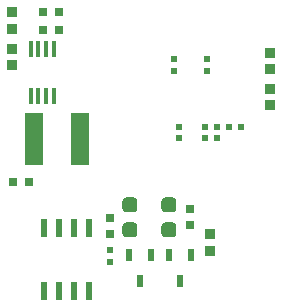
<source format=gbp>
G04*
G04 #@! TF.GenerationSoftware,Altium Limited,Altium Designer,20.2.6 (244)*
G04*
G04 Layer_Color=128*
%FSLAX44Y44*%
%MOMM*%
G71*
G04*
G04 #@! TF.SameCoordinates,7CDA323B-E038-41B1-B74F-359B52FF9F59*
G04*
G04*
G04 #@! TF.FilePolarity,Positive*
G04*
G01*
G75*
%ADD22R,0.5000X0.5000*%
%ADD24R,0.5000X0.5000*%
%ADD34R,0.7620X0.7620*%
%ADD39R,0.9000X0.8100*%
%ADD82R,0.6000X1.5500*%
G04:AMPARAMS|DCode=83|XSize=1.27mm|YSize=1.27mm|CornerRadius=0.3175mm|HoleSize=0mm|Usage=FLASHONLY|Rotation=180.000|XOffset=0mm|YOffset=0mm|HoleType=Round|Shape=RoundedRectangle|*
%AMROUNDEDRECTD83*
21,1,1.2700,0.6350,0,0,180.0*
21,1,0.6350,1.2700,0,0,180.0*
1,1,0.6350,-0.3175,0.3175*
1,1,0.6350,0.3175,0.3175*
1,1,0.6350,0.3175,-0.3175*
1,1,0.6350,-0.3175,-0.3175*
%
%ADD83ROUNDEDRECTD83*%
%ADD84R,0.7620X0.7620*%
%ADD85R,0.6000X1.1000*%
%ADD86R,1.6000X4.5000*%
%ADD87R,0.4500X1.3500*%
D22*
X268144Y254174D02*
D03*
X258144D02*
D03*
D24*
X157226Y149526D02*
D03*
Y139526D02*
D03*
X211750Y311500D02*
D03*
Y301500D02*
D03*
X239750Y311500D02*
D03*
Y301500D02*
D03*
X215900Y244174D02*
D03*
Y254174D02*
D03*
X237998Y244174D02*
D03*
Y254174D02*
D03*
X248158Y244174D02*
D03*
Y254174D02*
D03*
D34*
X101026Y351536D02*
D03*
X114366D02*
D03*
Y336296D02*
D03*
X101026D02*
D03*
X75626Y207518D02*
D03*
X88966D02*
D03*
D39*
X242064Y149006D02*
D03*
Y162906D02*
D03*
X293116Y285934D02*
D03*
Y272034D02*
D03*
Y316414D02*
D03*
Y302514D02*
D03*
X74674Y305978D02*
D03*
Y319878D02*
D03*
X74678Y350885D02*
D03*
Y336985D02*
D03*
D82*
X101600Y168478D02*
D03*
X114300D02*
D03*
X127000D02*
D03*
X139700D02*
D03*
X101600Y114478D02*
D03*
X114300D02*
D03*
X127000D02*
D03*
X139700D02*
D03*
D83*
X207772Y166878D02*
D03*
X174752D02*
D03*
X207772Y187452D02*
D03*
X174752D02*
D03*
D84*
X225552Y170622D02*
D03*
Y183962D02*
D03*
X157226Y176596D02*
D03*
Y163256D02*
D03*
D85*
X173380Y145726D02*
D03*
X192380D02*
D03*
X182880Y123726D02*
D03*
X207162Y145648D02*
D03*
X226162D02*
D03*
X216662Y123648D02*
D03*
D86*
X132022Y243332D02*
D03*
X93022D02*
D03*
D87*
X109826Y280224D02*
D03*
X103326D02*
D03*
X96826D02*
D03*
X90326D02*
D03*
X109826Y319724D02*
D03*
X103326D02*
D03*
X96826D02*
D03*
X90326D02*
D03*
M02*

</source>
